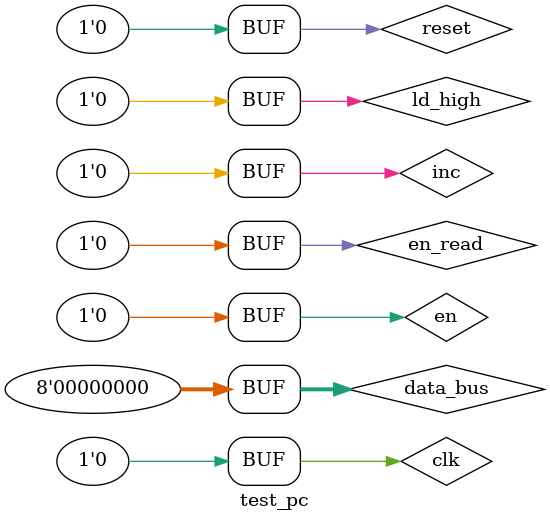
<source format=v>
`timescale 1ns / 1ps


module test_pc;

	// Inputs
	reg clk;
	reg reset;
	reg en;
	reg en_read;
	reg inc;
	reg ld_high;
	reg [7:0] data_bus;

	// Outputs
	wire [15:0] addr_bus;

	// Instantiate the Unit Under Test (UUT)
	program_counter uut (
		.clk(clk), 
		.reset(reset), 
		.en(en), 
		.en_read(en_read), 
		.inc(inc), 
		.ld_high(ld_high), 
		.addr_bus(addr_bus), 
		.data_bus(data_bus)
	);

	initial begin
		// Initialize Inputs
		clk = 0;
		reset = 0;
		en = 0;
		en_read = 0;
		inc = 0;
		ld_high = 0;
		data_bus = 0;

		// Wait 100 ns for global reset to finish
		#100;
        
		// Add stimulus here

	end
      
endmodule


</source>
